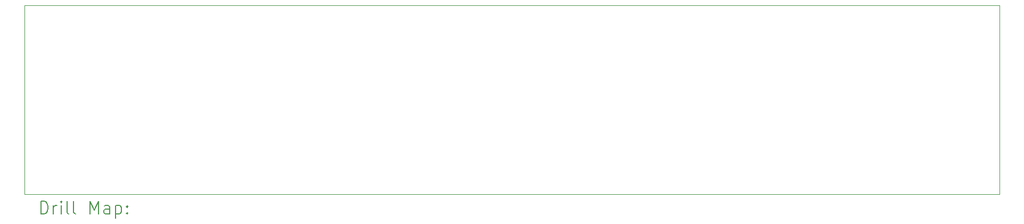
<source format=gbr>
%TF.GenerationSoftware,KiCad,Pcbnew,8.0.5*%
%TF.CreationDate,2024-09-12T21:57:33+02:00*%
%TF.ProjectId,Ruler_IPRL_KiCad,52756c65-725f-4495-9052-4c5f4b694361,rev?*%
%TF.SameCoordinates,Original*%
%TF.FileFunction,Drillmap*%
%TF.FilePolarity,Positive*%
%FSLAX45Y45*%
G04 Gerber Fmt 4.5, Leading zero omitted, Abs format (unit mm)*
G04 Created by KiCad (PCBNEW 8.0.5) date 2024-09-12 21:57:33*
%MOMM*%
%LPD*%
G01*
G04 APERTURE LIST*
%ADD10C,0.100000*%
%ADD11C,0.200000*%
G04 APERTURE END LIST*
D10*
X7500000Y-8500000D02*
X23000000Y-8500000D01*
X23000000Y-11500000D01*
X7500000Y-11500000D01*
X7500000Y-8500000D01*
D11*
X7755777Y-11816484D02*
X7755777Y-11616484D01*
X7755777Y-11616484D02*
X7803396Y-11616484D01*
X7803396Y-11616484D02*
X7831967Y-11626008D01*
X7831967Y-11626008D02*
X7851015Y-11645055D01*
X7851015Y-11645055D02*
X7860539Y-11664103D01*
X7860539Y-11664103D02*
X7870062Y-11702198D01*
X7870062Y-11702198D02*
X7870062Y-11730769D01*
X7870062Y-11730769D02*
X7860539Y-11768865D01*
X7860539Y-11768865D02*
X7851015Y-11787912D01*
X7851015Y-11787912D02*
X7831967Y-11806960D01*
X7831967Y-11806960D02*
X7803396Y-11816484D01*
X7803396Y-11816484D02*
X7755777Y-11816484D01*
X7955777Y-11816484D02*
X7955777Y-11683150D01*
X7955777Y-11721246D02*
X7965301Y-11702198D01*
X7965301Y-11702198D02*
X7974824Y-11692674D01*
X7974824Y-11692674D02*
X7993872Y-11683150D01*
X7993872Y-11683150D02*
X8012920Y-11683150D01*
X8079586Y-11816484D02*
X8079586Y-11683150D01*
X8079586Y-11616484D02*
X8070062Y-11626008D01*
X8070062Y-11626008D02*
X8079586Y-11635531D01*
X8079586Y-11635531D02*
X8089110Y-11626008D01*
X8089110Y-11626008D02*
X8079586Y-11616484D01*
X8079586Y-11616484D02*
X8079586Y-11635531D01*
X8203396Y-11816484D02*
X8184348Y-11806960D01*
X8184348Y-11806960D02*
X8174824Y-11787912D01*
X8174824Y-11787912D02*
X8174824Y-11616484D01*
X8308158Y-11816484D02*
X8289110Y-11806960D01*
X8289110Y-11806960D02*
X8279586Y-11787912D01*
X8279586Y-11787912D02*
X8279586Y-11616484D01*
X8536729Y-11816484D02*
X8536729Y-11616484D01*
X8536729Y-11616484D02*
X8603396Y-11759341D01*
X8603396Y-11759341D02*
X8670063Y-11616484D01*
X8670063Y-11616484D02*
X8670063Y-11816484D01*
X8851015Y-11816484D02*
X8851015Y-11711722D01*
X8851015Y-11711722D02*
X8841491Y-11692674D01*
X8841491Y-11692674D02*
X8822444Y-11683150D01*
X8822444Y-11683150D02*
X8784348Y-11683150D01*
X8784348Y-11683150D02*
X8765301Y-11692674D01*
X8851015Y-11806960D02*
X8831967Y-11816484D01*
X8831967Y-11816484D02*
X8784348Y-11816484D01*
X8784348Y-11816484D02*
X8765301Y-11806960D01*
X8765301Y-11806960D02*
X8755777Y-11787912D01*
X8755777Y-11787912D02*
X8755777Y-11768865D01*
X8755777Y-11768865D02*
X8765301Y-11749817D01*
X8765301Y-11749817D02*
X8784348Y-11740293D01*
X8784348Y-11740293D02*
X8831967Y-11740293D01*
X8831967Y-11740293D02*
X8851015Y-11730769D01*
X8946253Y-11683150D02*
X8946253Y-11883150D01*
X8946253Y-11692674D02*
X8965301Y-11683150D01*
X8965301Y-11683150D02*
X9003396Y-11683150D01*
X9003396Y-11683150D02*
X9022444Y-11692674D01*
X9022444Y-11692674D02*
X9031967Y-11702198D01*
X9031967Y-11702198D02*
X9041491Y-11721246D01*
X9041491Y-11721246D02*
X9041491Y-11778388D01*
X9041491Y-11778388D02*
X9031967Y-11797436D01*
X9031967Y-11797436D02*
X9022444Y-11806960D01*
X9022444Y-11806960D02*
X9003396Y-11816484D01*
X9003396Y-11816484D02*
X8965301Y-11816484D01*
X8965301Y-11816484D02*
X8946253Y-11806960D01*
X9127205Y-11797436D02*
X9136729Y-11806960D01*
X9136729Y-11806960D02*
X9127205Y-11816484D01*
X9127205Y-11816484D02*
X9117682Y-11806960D01*
X9117682Y-11806960D02*
X9127205Y-11797436D01*
X9127205Y-11797436D02*
X9127205Y-11816484D01*
X9127205Y-11692674D02*
X9136729Y-11702198D01*
X9136729Y-11702198D02*
X9127205Y-11711722D01*
X9127205Y-11711722D02*
X9117682Y-11702198D01*
X9117682Y-11702198D02*
X9127205Y-11692674D01*
X9127205Y-11692674D02*
X9127205Y-11711722D01*
M02*

</source>
